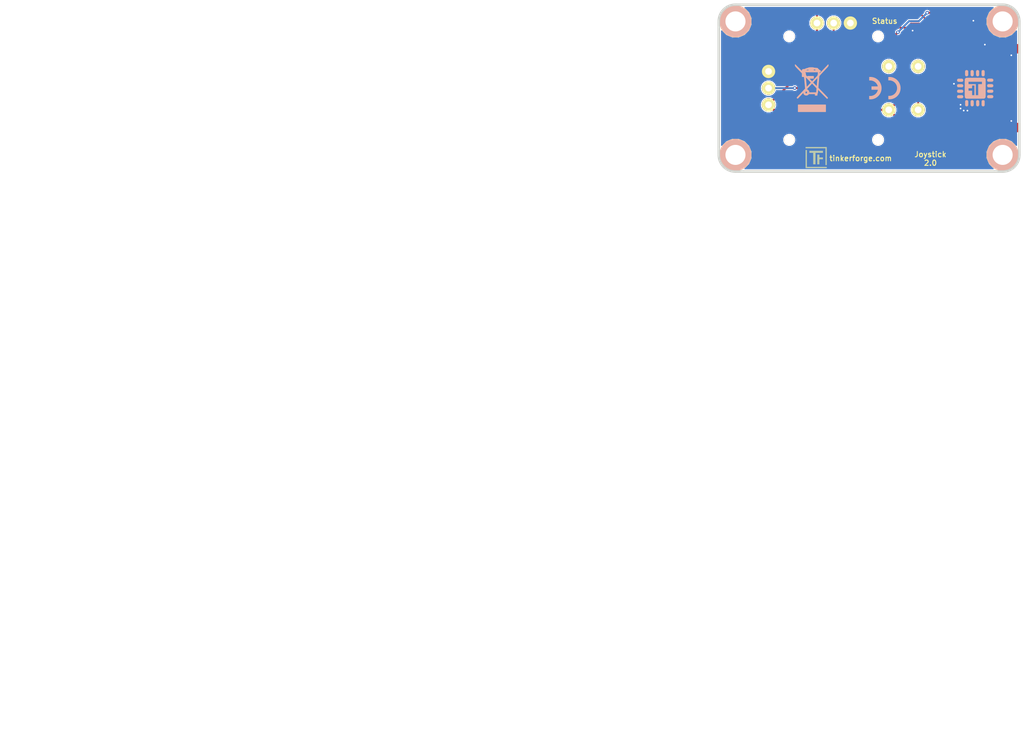
<source format=kicad_pcb>
(kicad_pcb (version 20171130) (host pcbnew 5.0.2-bee76a0~70~ubuntu18.04.1)
  (title_block (title "Joystick Bricklet") (date 2018-05-28) (rev 2.0) (company "Tinkerforge GmbH") (comment 1 "Licensed under CERN OHL v.1.1") (comment 2 "Copyright (©) 2018, L.Lauer <lukas@tinkerforge.com>"))
  (layers (0 Vorderseite signal) (31 Rückseite signal) (34 B.Paste user) (35 F.Paste user) (36 B.SilkS user) (37 F.SilkS user) (38 B.Mask user) (39 F.Mask user) (44 Edge.Cuts user))
  (net 0 "")
  (net 1 GND)
  (net 2 SWITCH)
  (net 3 VCC)
  (net 4 X)
  (net 5 Y)
  (net 6 "Net-(C3-Pad2)")
  (net 7 "Net-(D1-Pad2)")
  (net 8 "Net-(P1-Pad1)")
  (net 9 "Net-(P1-Pad4)")
  (net 10 "Net-(P1-Pad5)")
  (net 11 "Net-(P1-Pad6)")
  (net 12 "Net-(P2-Pad1)")
  (net 13 "Net-(P3-Pad2)")
  (net 14 "Net-(R1-Pad1)")
  (net 15 S-MISO)
  (net 16 S-MOSI)
  (net 17 S-CLK)
  (net 18 S-CS)
  (net 19 "Net-(U1-Pad5)")
  (net 20 "Net-(U1-Pad6)")
  (net 21 "Net-(U1-Pad11)")
  (net 22 "Net-(U1-Pad12)")
  (net 23 "Net-(U1-Pad13)")
  (net 24 "Net-(U1-Pad14)")
  (net 25 "Net-(U1-Pad16)")
  (net 26 "Net-(U1-Pad17)")
  (net 27 "Net-(U1-Pad19)")
  (net 28 "Net-(U1-Pad20)")
  (net 29 "Net-(U1-Pad21)")
  (net 30 "Net-(U1-Pad4)")
  (module kicad-libraries:DRILL_NP (layer Vorderseite) (at 164.2 108.1)
    (fp_text reference U5 hide)
    (fp_text value DRILL hide)
    (pad "" np_thru_hole circle (at 0 0) (size 2.99974 2.99974) (drill 2.99974) (layers *.Cu *.Mask F.SilkS) (clearance 0.89916))
  )
  (module kicad-libraries:Logo_CoMCU (layer Rückseite) (at 160.09 98.11 180)
    (fp_text reference G*** hide)
    (fp_text value LOGO hide)
  )
  (module kicad-libraries:Logo_31x31 (layer Vorderseite) (at 134.7 106.92)
    (fp_text reference Ref** hide)
    (fp_text value Val** hide)
  )
  (module kicad-libraries:Fiducial_Mark (layer Vorderseite) (at 160.70452 109.09902)
    (fp_text reference Fiducial_Mark hide)
    (fp_text value VAL** hide)
    (pad 1 smd circle (at 0 0) (size 1.00076 1.00076) (layers Vorderseite F.Paste F.Mask) (clearance 0.65024))
  )
  (module kicad-libraries:Fiducial_Mark (layer Vorderseite) (at 123.30556 91.79908)
    (fp_text reference Fiducial_Mark hide)
    (fp_text value VAL** hide)
    (pad 1 smd circle (at 0 0) (size 1.00076 1.00076) (layers Vorderseite F.Paste F.Mask) (clearance 0.65024))
  )
  (module kicad-libraries:DRILL_NP (layer Vorderseite) (at 164.2 88.1)
    (fp_text reference U4 hide)
    (fp_text value DRILL hide)
    (pad "" np_thru_hole circle (at 0 0) (size 2.99974 2.99974) (drill 2.99974) (layers *.Cu *.Mask F.SilkS) (clearance 0.89916))
  )
  (module kicad-libraries:DRILL_NP (layer Vorderseite) (at 124.2 88.1)
    (fp_text reference U7 hide)
    (fp_text value DRILL hide)
    (pad "" np_thru_hole circle (at 0 0) (size 2.99974 2.99974) (drill 2.99974) (layers *.Cu *.Mask F.SilkS) (clearance 0.89916))
  )
  (module kicad-libraries:DRILL_NP (layer Vorderseite) (at 124.2 108.1)
    (fp_text reference U6 hide)
    (fp_text value DRILL hide)
    (pad "" np_thru_hole circle (at 0 0) (size 2.99974 2.99974) (drill 2.99974) (layers *.Cu *.Mask F.SilkS) (clearance 0.89916))
  )
  (module kicad-libraries:WEEE_7mm (layer Rückseite) (at 135.63 98.1 180)
    (fp_text reference VAL hide)
    (fp_text value WEEE_7mm hide)
  )
  (module kicad-libraries:CE_5mm (layer Rückseite) (at 146.53 98.1 180)
    (fp_text reference VAL hide)
    (fp_text value CE_5mm hide)
  )
  (module kicad-libraries:C0805 (layer Vorderseite) (at 160.13 99.99 90)
    (fp_text reference C1)
    (fp_text value 10uF)
    (pad 1 smd rect (at -1.00076 0 90) (size 1.00076 1.24968) (layers Vorderseite F.Paste F.Mask) (net 1 GND) (clearance 0.14986))
    (pad 2 smd rect (at 1.00076 0 90) (size 1.00076 1.24968) (layers Vorderseite F.Paste F.Mask) (net 3 VCC) (clearance 0.14986))
  )
  (module kicad-libraries:C0603F (layer Vorderseite) (at 151.45 90.23 270)
    (fp_text reference C2)
    (fp_text value 100nF)
    (pad 1 smd rect (at -0.75 0 270) (size 0.9 0.9) (layers Vorderseite F.Paste F.Mask) (net 1 GND))
    (pad 2 smd rect (at 0.75 0 270) (size 0.9 0.9) (layers Vorderseite F.Paste F.Mask) (net 3 VCC))
  )
  (module kicad-libraries:C0402E (layer Vorderseite) (at 161.54 92.86 270)
    (fp_text reference C3)
    (fp_text value 220pF)
    (pad 1 smd rect (at -0.65 0 270) (size 0.7 0.9) (layers Vorderseite F.Paste F.Mask) (net 1 GND))
    (pad 2 smd rect (at 0.65 0 270) (size 0.7 0.9) (layers Vorderseite F.Paste F.Mask) (net 6 "Net-(C3-Pad2)"))
  )
  (module kicad-libraries:C0603F (layer Vorderseite) (at 158.63 99.99 90)
    (fp_text reference C4)
    (fp_text value 1uF)
    (pad 1 smd rect (at -0.75 0 90) (size 0.9 0.9) (layers Vorderseite F.Paste F.Mask) (net 1 GND))
    (pad 2 smd rect (at 0.75 0 90) (size 0.9 0.9) (layers Vorderseite F.Paste F.Mask) (net 3 VCC))
  )
  (module kicad-libraries:D0603F (layer Vorderseite) (at 146.51 86.75)
    (fp_text reference D1)
    (fp_text value blue)
    (pad 1 smd rect (at -0.75 0) (size 0.9 0.9) (layers Vorderseite F.Paste F.Mask) (net 3 VCC))
    (pad 2 smd rect (at 0.75 0) (size 0.9 0.9) (layers Vorderseite F.Paste F.Mask) (net 7 "Net-(D1-Pad2)"))
  )
  (module kicad-libraries:CON-SENSOR2 (layer Vorderseite) (at 166.7 98.1 90)
    (fp_text reference P1)
    (fp_text value CON-SENSOR2)
    (pad 1 smd rect (at -3.75 -4.6 90) (size 0.6 1.8) (layers Vorderseite F.Paste F.Mask) (net 8 "Net-(P1-Pad1)"))
    (pad 2 smd rect (at -2.5 -4.6 90) (size 0.6 1.8) (layers Vorderseite F.Paste F.Mask) (net 1 GND))
    (pad EP smd rect (at -5.9 -1.2 90) (size 1.4 2.4) (layers Vorderseite F.Paste F.Mask) (net 1 GND))
    (pad EP smd rect (at 5.9 -1.2 90) (size 1.4 2.4) (layers Vorderseite F.Paste F.Mask) (net 1 GND))
    (pad 3 smd rect (at -1.25 -4.6 90) (size 0.6 1.8) (layers Vorderseite F.Paste F.Mask) (net 3 VCC))
    (pad 4 smd rect (at 0 -4.6 90) (size 0.6 1.8) (layers Vorderseite F.Paste F.Mask) (net 9 "Net-(P1-Pad4)"))
    (pad 5 smd rect (at 1.25 -4.6 90) (size 0.6 1.8) (layers Vorderseite F.Paste F.Mask) (net 10 "Net-(P1-Pad5)"))
    (pad 6 smd rect (at 2.5 -4.6 90) (size 0.6 1.8) (layers Vorderseite F.Paste F.Mask) (net 11 "Net-(P1-Pad6)"))
    (pad 7 smd rect (at 3.75 -4.6 90) (size 0.6 1.8) (layers Vorderseite F.Paste F.Mask) (net 6 "Net-(C3-Pad2)"))
  )
  (module kicad-libraries:DEBUG_PAD (layer Vorderseite) (at 154.82 94.49)
    (fp_text reference P2)
    (fp_text value DEBUG)
    (pad 1 smd circle (at 0 0) (size 0.7 0.7) (layers Vorderseite F.Paste F.Mask) (net 12 "Net-(P2-Pad1)"))
  )
  (module kicad-libraries:SolderJumper (layer Vorderseite) (at 159.6 87.02 180)
    (fp_text reference P3)
    (fp_text value BOOT)
    (pad 2 smd rect (at 0.55 0 180) (size 0.3 1.4) (layers Vorderseite F.Mask) (net 13 "Net-(P3-Pad2)"))
    (pad 2 smd rect (at 0.15 0 180) (size 0.6 0.5) (layers Vorderseite F.Mask) (net 13 "Net-(P3-Pad2)"))
    (pad 1 smd rect (at -0.5 0 180) (size 0.4 1.4) (layers Vorderseite F.Mask) (net 1 GND))
    (pad 1 smd rect (at -0.225 0.55 180) (size 0.95 0.3) (layers Vorderseite F.Mask) (net 1 GND))
    (pad 1 smd rect (at -0.225 -0.55 180) (size 0.95 0.3) (layers Vorderseite F.Mask) (net 1 GND))
  )
  (module kicad-libraries:R0603F (layer Vorderseite) (at 149.48 86.75 180)
    (fp_text reference R1)
    (fp_text value 1k)
    (pad 1 smd rect (at -0.75 0 180) (size 0.9 0.9) (layers Vorderseite F.Paste F.Mask) (net 14 "Net-(R1-Pad1)"))
    (pad 2 smd rect (at 0.75 0 180) (size 0.9 0.9) (layers Vorderseite F.Paste F.Mask) (net 7 "Net-(D1-Pad2)"))
  )
  (module kicad-libraries:R0603F (layer Vorderseite) (at 156.16 96.72)
    (fp_text reference R3)
    (fp_text value 10k)
    (pad 1 smd rect (at -0.75 0) (size 0.9 0.9) (layers Vorderseite F.Paste F.Mask) (net 2 SWITCH))
    (pad 2 smd rect (at 0.75 0) (size 0.9 0.9) (layers Vorderseite F.Paste F.Mask) (net 1 GND))
  )
  (module kicad-libraries:4X0402 (layer Vorderseite) (at 159.63 92.9)
    (fp_text reference RP1)
    (fp_text value 82)
    (pad 1 smd rect (at -0.7493 0.575 180) (size 0.29972 0.65) (layers Vorderseite F.Paste F.Mask) (net 9 "Net-(P1-Pad4)"))
    (pad 2 smd rect (at -0.24892 0.575 180) (size 0.29972 0.65) (layers Vorderseite F.Paste F.Mask) (net 10 "Net-(P1-Pad5)"))
    (pad 3 smd rect (at 0.24892 0.575 180) (size 0.29972 0.65) (layers Vorderseite F.Paste F.Mask) (net 11 "Net-(P1-Pad6)"))
    (pad 4 smd rect (at 0.7493 0.575 180) (size 0.29972 0.65) (layers Vorderseite F.Paste F.Mask) (net 6 "Net-(C3-Pad2)"))
    (pad 5 smd rect (at 0.7493 -0.575) (size 0.29972 0.65) (layers Vorderseite F.Paste F.Mask) (net 15 S-MISO))
    (pad 6 smd rect (at 0.24892 -0.575) (size 0.29972 0.65) (layers Vorderseite F.Paste F.Mask) (net 16 S-MOSI))
    (pad 7 smd rect (at -0.24892 -0.575) (size 0.29972 0.65) (layers Vorderseite F.Paste F.Mask) (net 17 S-CLK))
    (pad 8 smd rect (at -0.7493 -0.575) (size 0.29972 0.65) (layers Vorderseite F.Paste F.Mask) (net 18 S-CS))
  )
  (module kicad-libraries:QFN24-4x4mm-0.5mm (layer Vorderseite) (at 155.09 90.04 270)
    (fp_text reference U1)
    (fp_text value XMC1100)
    (pad 1 smd oval (at -2.025 -1.25 270) (size 1 0.3) (layers Vorderseite F.Paste F.Mask) (net 15 S-MISO))
    (pad 2 smd oval (at -2.025 -0.75 270) (size 1 0.3) (layers Vorderseite F.Paste F.Mask) (net 13 "Net-(P3-Pad2)"))
    (pad 3 smd oval (at -2.025 -0.25 270) (size 1 0.3) (layers Vorderseite F.Paste F.Mask) (net 5 Y))
    (pad 4 smd oval (at -2.025 0.25 270) (size 1 0.3) (layers Vorderseite F.Paste F.Mask) (net 30 "Net-(U1-Pad4)"))
    (pad 5 smd oval (at -2.025 0.75 270) (size 1 0.3) (layers Vorderseite F.Paste F.Mask) (net 19 "Net-(U1-Pad5)"))
    (pad 6 smd oval (at -2.025 1.25 270) (size 1 0.3) (layers Vorderseite F.Paste F.Mask) (net 20 "Net-(U1-Pad6)"))
    (pad 7 smd oval (at -1.25 2.025) (size 1 0.3) (layers Vorderseite F.Paste F.Mask) (net 14 "Net-(R1-Pad1)"))
    (pad 8 smd oval (at -0.75 2.025) (size 1 0.3) (layers Vorderseite F.Paste F.Mask) (net 4 X))
    (pad 9 smd oval (at -0.25 2.025) (size 1 0.3) (layers Vorderseite F.Paste F.Mask) (net 1 GND))
    (pad 10 smd oval (at 0.25 2.025) (size 1 0.3) (layers Vorderseite F.Paste F.Mask) (net 3 VCC))
    (pad 11 smd oval (at 0.75 2.025) (size 1 0.3) (layers Vorderseite F.Paste F.Mask) (net 21 "Net-(U1-Pad11)"))
    (pad 12 smd oval (at 1.25 2.025) (size 1 0.3) (layers Vorderseite F.Paste F.Mask) (net 22 "Net-(U1-Pad12)"))
    (pad 13 smd oval (at 2.025 1.25 270) (size 1 0.3) (layers Vorderseite F.Paste F.Mask) (net 23 "Net-(U1-Pad13)"))
    (pad 14 smd oval (at 2.025 0.75 270) (size 1 0.3) (layers Vorderseite F.Paste F.Mask) (net 24 "Net-(U1-Pad14)"))
    (pad 15 smd oval (at 2.025 0.25 270) (size 1 0.3) (layers Vorderseite F.Paste F.Mask) (net 12 "Net-(P2-Pad1)"))
    (pad 16 smd oval (at 2.025 -0.25 270) (size 1 0.3) (layers Vorderseite F.Paste F.Mask) (net 25 "Net-(U1-Pad16)"))
    (pad 17 smd oval (at 2.025 -0.75 270) (size 1 0.3) (layers Vorderseite F.Paste F.Mask) (net 26 "Net-(U1-Pad17)"))
    (pad 18 smd oval (at 2.025 -1.25 270) (size 1 0.3) (layers Vorderseite F.Paste F.Mask) (net 2 SWITCH))
    (pad 19 smd oval (at 1.25 -2.025) (size 1 0.3) (layers Vorderseite F.Paste F.Mask) (net 27 "Net-(U1-Pad19)"))
    (pad 20 smd oval (at 0.75 -2.025) (size 1 0.3) (layers Vorderseite F.Paste F.Mask) (net 28 "Net-(U1-Pad20)"))
    (pad 21 smd oval (at 0.25 -2.025) (size 1 0.3) (layers Vorderseite F.Paste F.Mask) (net 29 "Net-(U1-Pad21)"))
    (pad 22 smd oval (at -0.25 -2.025) (size 1 0.3) (layers Vorderseite F.Paste F.Mask) (net 18 S-CS))
    (pad 23 smd oval (at -0.75 -2.025) (size 1 0.3) (layers Vorderseite F.Paste F.Mask) (net 17 S-CLK))
    (pad 24 smd oval (at -1.25 -2.025) (size 1 0.3) (layers Vorderseite F.Paste F.Mask) (net 16 S-MOSI))
    (pad EXP smd rect (at 0.65 0.65 270) (size 1.3 1.3) (layers Vorderseite F.Paste F.Mask) (net 1 GND))
    (pad EXP smd rect (at 0.65 -0.65 270) (size 1.3 1.3) (layers Vorderseite F.Paste F.Mask) (net 1 GND))
    (pad EXP smd rect (at -0.65 0.65 270) (size 1.3 1.3) (layers Vorderseite F.Paste F.Mask) (net 1 GND))
    (pad EXP smd rect (at -0.65 -0.65 270) (size 1.3 1.3) (layers Vorderseite F.Paste F.Mask) (net 1 GND))
  )
  (module kicad-libraries:Joystick_Button (layer Vorderseite) (at 138.90116 98.09828 90)
    (fp_text reference U3)
    (fp_text value JOYSTICK_BUTTON)
    (pad X1 thru_hole circle (at 9.75106 -2.49936 90) (size 1.99898 1.99898) (drill 1.00076) (layers *.Cu *.Mask F.SilkS) (net 3 VCC))
    (pad X2 thru_hole circle (at 9.75106 0 90) (size 1.99898 1.99898) (drill 1.00076) (layers *.Cu *.Mask F.SilkS) (net 4 X))
    (pad X3 thru_hole circle (at 9.75106 2.49936 90) (size 1.99898 1.99898) (drill 1.00076) (layers *.Cu *.Mask F.SilkS) (net 1 GND))
    (pad Y2 thru_hole circle (at 0 -9.75106 90) (size 1.99898 1.99898) (drill 1.00076) (layers *.Cu *.Mask F.SilkS) (net 5 Y))
    (pad Y1 thru_hole circle (at -2.49936 -9.75106 90) (size 1.99898 1.99898) (drill 1.00076) (layers *.Cu *.Mask F.SilkS) (net 3 VCC))
    (pad Y3 thru_hole circle (at 2.49936 -9.75106 90) (size 1.99898 1.99898) (drill 1.00076) (layers *.Cu *.Mask F.SilkS) (net 1 GND))
    (pad "" thru_hole circle (at 7.74954 -6.64972 90) (size 1.50114 1.50114) (drill 1.50114) (layers *.Cu *.Mask F.SilkS))
    (pad "" thru_hole circle (at -7.74954 -6.64972 90) (size 1.50114 1.50114) (drill 1.50114) (layers *.Cu *.Mask F.SilkS))
    (pad "" thru_hole circle (at 7.74954 6.64972 90) (size 1.50114 1.50114) (drill 1.50114) (layers *.Cu *.Mask F.SilkS))
    (pad "" thru_hole circle (at -7.74954 6.64972 90) (size 1.50114 1.50114) (drill 1.50114) (layers *.Cu *.Mask F.SilkS))
    (pad SW1 thru_hole circle (at -3.2512 8.24992 90) (size 1.99898 1.99898) (drill 1.00076) (layers *.Cu *.Mask F.SilkS) (net 3 VCC))
    (pad "" thru_hole circle (at 3.2512 8.24992 90) (size 1.99898 1.99898) (drill 1.00076) (layers *.Cu *.Mask F.SilkS))
    (pad SW2 thru_hole circle (at -3.2512 12.6492 90) (size 1.99898 1.99898) (drill 1.00076) (layers *.Cu *.Mask F.SilkS) (net 2 SWITCH))
    (pad "" thru_hole circle (at 3.2512 12.6492 90) (size 1.99898 1.99898) (drill 1.00076) (layers *.Cu *.Mask F.SilkS))
  )
  (gr_text Status (at 146.54 88.05) (layer F.SilkS) (effects (font (size 0.8 0.8))))
  (gr_line (start 121.7 88.1) (end 121.7 108.1) (angle 90) (layer Edge.Cuts) (width 0.381))
  (gr_line (start 164.2 85.6) (end 124.2 85.6) (angle 90) (layer Edge.Cuts) (width 0.381))
  (gr_line (start 166.7 108.1) (end 166.7 88.1) (angle 90) (layer Edge.Cuts) (width 0.381))
  (gr_line (start 124.2 110.6) (end 164.2 110.6) (angle 90) (layer Edge.Cuts) (width 0.381))
  (gr_arc (start 124.2 108.1) (end 124.2 110.6) (angle 90) (layer Edge.Cuts) (width 0.381))
  (gr_arc (start 164.2 108.1) (end 166.7 108.1) (angle 90) (layer Edge.Cuts) (width 0.381))
  (gr_arc (start 164.2 88.1) (end 164.2 85.6) (angle 90) (layer Edge.Cuts) (width 0.381))
  (gr_arc (start 124.2 88.1) (end 121.7 88.1) (angle 90) (layer Edge.Cuts) (width 0.381))
  (gr_text tinkerforge.com (at 142.94 108.62) (layer F.SilkS) (effects (font (size 0.8 0.8) (thickness 0.14986))))
  (gr_text "Joystick\n2.0" (at 153.39 108.67) (layer F.SilkS) (effects (font (size 0.8 0.8))))
  (segment (start 159.825 87.57) (end 159.825 87.995) (width 0.29972) (layer Vorderseite) (net 1))
  (via (at 159.82 88) (size 0.55) (drill 0.25) (layers Vorderseite Rückseite) (net 1))
  (segment (start 159.825 87.995) (end 159.82 88) (width 0.29972) (layer Vorderseite) (net 1))
  (segment (start 159.825 87.57) (end 160.03 87.57) (width 0.29972) (layer Vorderseite) (net 1))
  (segment (start 160.03 87.57) (end 160.11 87.49) (width 0.29972) (layer Vorderseite) (net 1))
  (segment (start 160.11 87.49) (end 160.11 87.02) (width 0.29972) (layer Vorderseite) (net 1))
  (segment (start 160.11 87.02) (end 160.1 87.02) (width 0.29972) (layer Vorderseite) (net 1))
  (segment (start 159.825 86.47) (end 160.01 86.47) (width 0.29972) (layer Vorderseite) (net 1))
  (segment (start 160.01 86.47) (end 160.1 86.56) (width 0.29972) (layer Vorderseite) (net 1))
  (segment (start 160.1 86.56) (end 160.1 87.03) (width 0.29972) (layer Vorderseite) (net 1))
  (segment (start 160.1 87.03) (end 160.1 87.02) (width 0.29972) (layer Vorderseite) (net 1))
  (segment (start 151.45 89.48) (end 150.72 89.48) (width 0.55) (layer Vorderseite) (net 1))
  (via (at 150.72 89.48) (size 0.55) (drill 0.25) (layers Vorderseite Rückseite) (net 1))
  (segment (start 153.065 89.79) (end 152.33 89.79) (width 0.25) (layer Vorderseite) (net 1))
  (segment (start 152.02 89.48) (end 151.45 89.48) (width 0.25) (layer Vorderseite) (net 1))
  (segment (start 152.33 89.79) (end 152.02 89.48) (width 0.25) (layer Vorderseite) (net 1))
  (segment (start 156.91 96.72) (end 156.91 97.45) (width 0.55) (layer Vorderseite) (net 1))
  (via (at 156.91 97.45) (size 0.55) (drill 0.25) (layers Vorderseite Rückseite) (net 1))
  (segment (start 153.065 89.79) (end 154.04 89.79) (width 0.25) (layer Vorderseite) (net 1))
  (segment (start 154.04 89.79) (end 154.44 89.39) (width 0.25) (layer Vorderseite) (net 1))
  (segment (start 154.44 90.69) (end 155.74 90.69) (width 0.55) (layer Vorderseite) (net 1))
  (segment (start 155.74 90.69) (end 155.74 89.39) (width 0.55) (layer Vorderseite) (net 1))
  (segment (start 155.74 89.39) (end 154.44 89.39) (width 0.55) (layer Vorderseite) (net 1))
  (segment (start 154.44 89.39) (end 154.44 90.69) (width 0.55) (layer Vorderseite) (net 1))
  (segment (start 161.54 92.21) (end 161.54 91.58) (width 0.55) (layer Vorderseite) (net 1))
  (via (at 161.54 91.58) (size 0.55) (drill 0.25) (layers Vorderseite Rückseite) (net 1))
  (segment (start 158.93 101.47) (end 158.22 101.47) (width 0.55) (layer Vorderseite) (net 1))
  (via (at 157.9 101.15) (size 0.55) (drill 0.25) (layers Vorderseite Rückseite) (net 1))
  (segment (start 158.05 100.74) (end 158.63 100.74) (width 0.55) (layer Vorderseite) (net 1))
  (via (at 157.9 100.59) (size 0.55) (drill 0.25) (layers Vorderseite Rückseite) (net 1))
  (segment (start 158.05 100.74) (end 157.9 100.59) (width 0.55) (layer Vorderseite) (net 1))
  (segment (start 157.9 100.59) (end 157.9 101.15) (width 0.55) (layer Vorderseite) (net 1))
  (segment (start 158.31 100.74) (end 157.9 101.15) (width 0.55) (layer Vorderseite) (net 1))
  (via (at 158.37 101.46) (size 0.55) (drill 0.25) (layers Vorderseite Rückseite) (net 1))
  (via (at 158.93 101.47) (size 0.55) (drill 0.25) (layers Vorderseite Rückseite) (net 1))
  (segment (start 158.22 101.47) (end 157.9 101.15) (width 0.55) (layer Vorderseite) (net 1))
  (segment (start 158.93 101.47) (end 158.38 101.47) (width 0.55) (layer Vorderseite) (net 1))
  (segment (start 158.63 101.17) (end 158.93 101.47) (width 0.55) (layer Vorderseite) (net 1))
  (segment (start 158.63 101.2) (end 158.63 100.74) (width 0.55) (layer Vorderseite) (net 1))
  (segment (start 158.63 101.2) (end 158.37 101.46) (width 0.55) (layer Vorderseite) (net 1))
  (segment (start 158.38 101.47) (end 158.37 101.46) (width 0.55) (layer Vorderseite) (net 1))
  (segment (start 160.13 100.99076) (end 159.41076 100.99076) (width 0.55) (layer Vorderseite) (net 1))
  (segment (start 159.16 100.74) (end 158.63 100.74) (width 0.55) (layer Vorderseite) (net 1))
  (segment (start 159.41076 100.99076) (end 159.16 100.74) (width 0.55) (layer Vorderseite) (net 1))
  (segment (start 162.1 100.6) (end 161.08 100.6) (width 0.55) (layer Vorderseite) (net 1))
  (segment (start 161.08 100.6) (end 160.68924 100.99076) (width 0.55) (layer Vorderseite) (net 1))
  (segment (start 160.68924 100.99076) (end 160.13 100.99076) (width 0.55) (layer Vorderseite) (net 1))
  (segment (start 165.5 92.2) (end 165.5 93.18) (width 0.55) (layer Vorderseite) (net 1))
  (via (at 165.5 93.18) (size 0.55) (drill 0.25) (layers Vorderseite Rückseite) (net 1))
  (segment (start 165.5 104) (end 165.5 103.02) (width 0.55) (layer Vorderseite) (net 1))
  (via (at 165.5 103.02) (size 0.55) (drill 0.25) (layers Vorderseite Rückseite) (net 1))
  (segment (start 155.41 96.72) (end 155.41 95.5) (width 0.25) (layer Vorderseite) (net 2))
  (segment (start 156.34 94.57) (end 156.34 92.065) (width 0.25) (layer Vorderseite) (net 2))
  (segment (start 155.41 95.5) (end 156.34 94.57) (width 0.25) (layer Vorderseite) (net 2))
  (segment (start 151.55036 101.34948) (end 151.55036 98.90964) (width 0.25) (layer Vorderseite) (net 2))
  (segment (start 153.74 96.72) (end 155.41 96.72) (width 0.25) (layer Vorderseite) (net 2))
  (segment (start 151.55036 98.90964) (end 153.74 96.72) (width 0.25) (layer Vorderseite) (net 2))
  (segment (start 147.15108 101.34948) (end 147.24052 101.34948) (width 0.25) (layer Vorderseite) (net 3))
  (segment (start 147.24052 101.34948) (end 149.19 99.4) (width 0.29972) (layer Vorderseite) (net 3))
  (segment (start 150.77 90.98) (end 151.45 90.98) (width 0.29972) (layer Vorderseite) (net 3))
  (segment (start 149.19 92.56) (end 150.77 90.98) (width 0.29972) (layer Vorderseite) (net 3))
  (segment (start 149.19 99.4) (end 149.19 92.56) (width 0.29972) (layer Vorderseite) (net 3))
  (segment (start 151.45 90.98) (end 151.82 90.98) (width 0.25) (layer Vorderseite) (net 3))
  (segment (start 151.82 90.98) (end 152.51 90.29) (width 0.25) (layer Vorderseite) (net 3))
  (segment (start 152.51 90.29) (end 153.065 90.29) (width 0.25) (layer Vorderseite) (net 3))
  (segment (start 136.4018 88.34722) (end 136.4018 87.1582) (width 0.25) (layer Vorderseite) (net 3))
  (segment (start 144.76 86.75) (end 145.76 86.75) (width 0.25) (layer Vorderseite) (net 3))
  (segment (start 144.51 86.5) (end 144.76 86.75) (width 0.25) (layer Vorderseite) (net 3))
  (segment (start 137.06 86.5) (end 144.51 86.5) (width 0.25) (layer Vorderseite) (net 3))
  (segment (start 136.4018 87.1582) (end 137.06 86.5) (width 0.25) (layer Vorderseite) (net 3))
  (segment (start 147.15108 101.34948) (end 147.17948 101.34948) (width 0.25) (layer Vorderseite) (net 3))
  (segment (start 147.17948 101.34948) (end 149.25 103.42) (width 0.29972) (layer Vorderseite) (net 3))
  (segment (start 156.98 99.24) (end 158.63 99.24) (width 0.29972) (layer Vorderseite) (net 3))
  (segment (start 152.8 103.42) (end 156.98 99.24) (width 0.29972) (layer Vorderseite) (net 3))
  (segment (start 149.25 103.42) (end 152.8 103.42) (width 0.29972) (layer Vorderseite) (net 3))
  (segment (start 160.13 98.98924) (end 159.53076 98.98924) (width 0.55) (layer Vorderseite) (net 3))
  (segment (start 159.53076 98.98924) (end 159.28 99.24) (width 0.55) (layer Vorderseite) (net 3))
  (segment (start 159.28 99.24) (end 158.63 99.24) (width 0.55) (layer Vorderseite) (net 3))
  (segment (start 162.1 99.35) (end 161.05 99.35) (width 0.55) (layer Vorderseite) (net 3))
  (segment (start 161.05 99.35) (end 160.68924 98.98924) (width 0.55) (layer Vorderseite) (net 3))
  (segment (start 160.68924 98.98924) (end 160.13 98.98924) (width 0.55) (layer Vorderseite) (net 3))
  (segment (start 136.4018 93.40182) (end 130.80618 98.99744) (width 0.29972) (layer Vorderseite) (net 3))
  (segment (start 136.4018 88.34722) (end 136.4018 93.40182) (width 0.29972) (layer Vorderseite) (net 3))
  (segment (start 130.7503 98.99744) (end 129.1501 100.59764) (width 0.29972) (layer Vorderseite) (net 3))
  (segment (start 130.80618 98.99744) (end 130.7503 98.99744) (width 0.29972) (layer Vorderseite) (net 3))
  (segment (start 129.90194 101.34948) (end 129.1501 100.59764) (width 0.29972) (layer Vorderseite) (net 3))
  (segment (start 147.15108 101.34948) (end 129.90194 101.34948) (width 0.29972) (layer Vorderseite) (net 3))
  (segment (start 138.90116 88.34722) (end 138.90116 89.59116) (width 0.25) (layer Vorderseite) (net 4))
  (segment (start 152.5 89.29) (end 153.065 89.29) (width 0.25) (layer Vorderseite) (net 4))
  (segment (start 152.28 89.07) (end 152.5 89.29) (width 0.25) (layer Vorderseite) (net 4))
  (segment (start 152.28 88.71) (end 152.28 89.07) (width 0.25) (layer Vorderseite) (net 4))
  (segment (start 152 88.43) (end 152.28 88.71) (width 0.25) (layer Vorderseite) (net 4))
  (segment (start 150.47 88.43) (end 152 88.43) (width 0.25) (layer Vorderseite) (net 4))
  (segment (start 149.86 89.04) (end 150.47 88.43) (width 0.25) (layer Vorderseite) (net 4))
  (segment (start 144.72 89.04) (end 149.86 89.04) (width 0.25) (layer Vorderseite) (net 4))
  (segment (start 143.8 89.96) (end 144.72 89.04) (width 0.25) (layer Vorderseite) (net 4))
  (segment (start 139.27 89.96) (end 143.8 89.96) (width 0.25) (layer Vorderseite) (net 4))
  (segment (start 138.90116 89.59116) (end 139.27 89.96) (width 0.25) (layer Vorderseite) (net 4))
  (segment (start 155.34 88.015) (end 155.34 87.15) (width 0.29972) (layer Vorderseite) (net 5))
  (segment (start 133.06172 98.09828) (end 129.1501 98.09828) (width 0.29972) (layer Rückseite) (net 5))
  (segment (start 133.07 98.09) (end 133.06172 98.09828) (width 0.29972) (layer Rückseite) (net 5))
  (via (at 133.07 98.09) (size 0.55) (drill 0.25) (layers Vorderseite Rückseite) (net 5))
  (segment (start 140.16 98.09) (end 133.07 98.09) (width 0.29972) (layer Vorderseite) (net 5))
  (segment (start 148.52 89.73) (end 140.16 98.09) (width 0.29972) (layer Vorderseite) (net 5))
  (via (at 148.52 89.73) (size 0.55) (drill 0.25) (layers Vorderseite Rückseite) (net 5))
  (segment (start 150.18 88.07) (end 148.52 89.73) (width 0.29972) (layer Rückseite) (net 5))
  (segment (start 151.64 88.07) (end 150.18 88.07) (width 0.29972) (layer Rückseite) (net 5))
  (segment (start 152.91 86.8) (end 151.64 88.07) (width 0.29972) (layer Rückseite) (net 5))
  (via (at 152.91 86.8) (size 0.55) (drill 0.25) (layers Vorderseite Rückseite) (net 5))
  (segment (start 154.99 86.8) (end 152.91 86.8) (width 0.29972) (layer Vorderseite) (net 5))
  (segment (start 155.34 87.15) (end 154.99 86.8) (width 0.29972) (layer Vorderseite) (net 5))
  (segment (start 161.54 93.51) (end 160.4143 93.51) (width 0.25) (layer Vorderseite) (net 6))
  (segment (start 160.4143 93.51) (end 160.3793 93.475) (width 0.25) (layer Vorderseite) (net 6))
  (segment (start 162.1 94.35) (end 161.85 94.35) (width 0.25) (layer Vorderseite) (net 6))
  (segment (start 161.85 94.35) (end 161.54 94.04) (width 0.25) (layer Vorderseite) (net 6))
  (segment (start 161.54 94.04) (end 161.54 93.51) (width 0.25) (layer Vorderseite) (net 6))
  (segment (start 147.26 86.75) (end 148.73 86.75) (width 0.25) (layer Vorderseite) (net 7))
  (segment (start 162.1 98.1) (end 161.06 98.1) (width 0.25) (layer Vorderseite) (net 9))
  (segment (start 158.8807 95.9207) (end 158.8807 93.475) (width 0.25) (layer Vorderseite) (net 9))
  (segment (start 161.06 98.1) (end 158.8807 95.9207) (width 0.25) (layer Vorderseite) (net 9))
  (segment (start 162.1 96.85) (end 160.95 96.85) (width 0.25) (layer Vorderseite) (net 10))
  (segment (start 159.38108 95.28108) (end 159.38108 93.475) (width 0.25) (layer Vorderseite) (net 10))
  (segment (start 160.95 96.85) (end 159.38108 95.28108) (width 0.25) (layer Vorderseite) (net 10))
  (segment (start 162.1 95.6) (end 160.96 95.6) (width 0.25) (layer Vorderseite) (net 11))
  (segment (start 159.87892 94.51892) (end 159.87892 93.475) (width 0.25) (layer Vorderseite) (net 11))
  (segment (start 160.96 95.6) (end 159.87892 94.51892) (width 0.25) (layer Vorderseite) (net 11))
  (segment (start 154.84 92.065) (end 154.84 94.47) (width 0.25) (layer Vorderseite) (net 12))
  (segment (start 154.84 94.47) (end 154.82 94.49) (width 0.25) (layer Vorderseite) (net 12))
  (segment (start 159.05 87.02) (end 159.45 87.02) (width 0.29972) (layer Vorderseite) (net 13))
  (segment (start 155.84 88.015) (end 155.84 87.37) (width 0.29972) (layer Vorderseite) (net 13))
  (segment (start 156.19 87.02) (end 159.05 87.02) (width 0.29972) (layer Vorderseite) (net 13))
  (segment (start 155.84 87.37) (end 156.19 87.02) (width 0.29972) (layer Vorderseite) (net 13))
  (segment (start 153.065 88.79) (end 153.065 88.145) (width 0.25) (layer Vorderseite) (net 14))
  (segment (start 151.67 86.75) (end 150.23 86.75) (width 0.25) (layer Vorderseite) (net 14))
  (segment (start 153.065 88.145) (end 151.67 86.75) (width 0.25) (layer Vorderseite) (net 14))
  (segment (start 156.34 88.015) (end 158.115 88.015) (width 0.25) (layer Vorderseite) (net 15))
  (segment (start 160.3793 90.2793) (end 160.3793 92.325) (width 0.25) (layer Vorderseite) (net 15))
  (segment (start 158.115 88.015) (end 160.3793 90.2793) (width 0.25) (layer Vorderseite) (net 15))
  (segment (start 159.87892 92.325) (end 159.87892 90.40892) (width 0.25) (layer Vorderseite) (net 16))
  (segment (start 158.26 88.79) (end 157.115 88.79) (width 0.25) (layer Vorderseite) (net 16))
  (segment (start 159.87892 90.40892) (end 158.26 88.79) (width 0.25) (layer Vorderseite) (net 16))
  (segment (start 159.38108 92.325) (end 159.38108 90.61108) (width 0.25) (layer Vorderseite) (net 17))
  (segment (start 158.06 89.29) (end 157.115 89.29) (width 0.25) (layer Vorderseite) (net 17))
  (segment (start 159.38108 90.61108) (end 158.06 89.29) (width 0.25) (layer Vorderseite) (net 17))
  (segment (start 158.8807 92.325) (end 158.8807 90.9807) (width 0.25) (layer Vorderseite) (net 18))
  (segment (start 157.69 89.79) (end 157.115 89.79) (width 0.25) (layer Vorderseite) (net 18))
  (segment (start 158.8807 90.9807) (end 157.69 89.79) (width 0.25) (layer Vorderseite) (net 18))
  (zone (net 1) (net_name GND) (layer Rückseite) (connect_pads yes (clearance 0.15)) (min_thickness 0.15) (fill yes (arc_segments 16) (thermal_gap 0.29972) (thermal_bridge_width 0.29972))
    (polygon (pts (xy 166.7 110.6) (xy 121.7 110.6) (xy 121.7 85.6) (xy 166.7 85.6)))
  )
)
</source>
